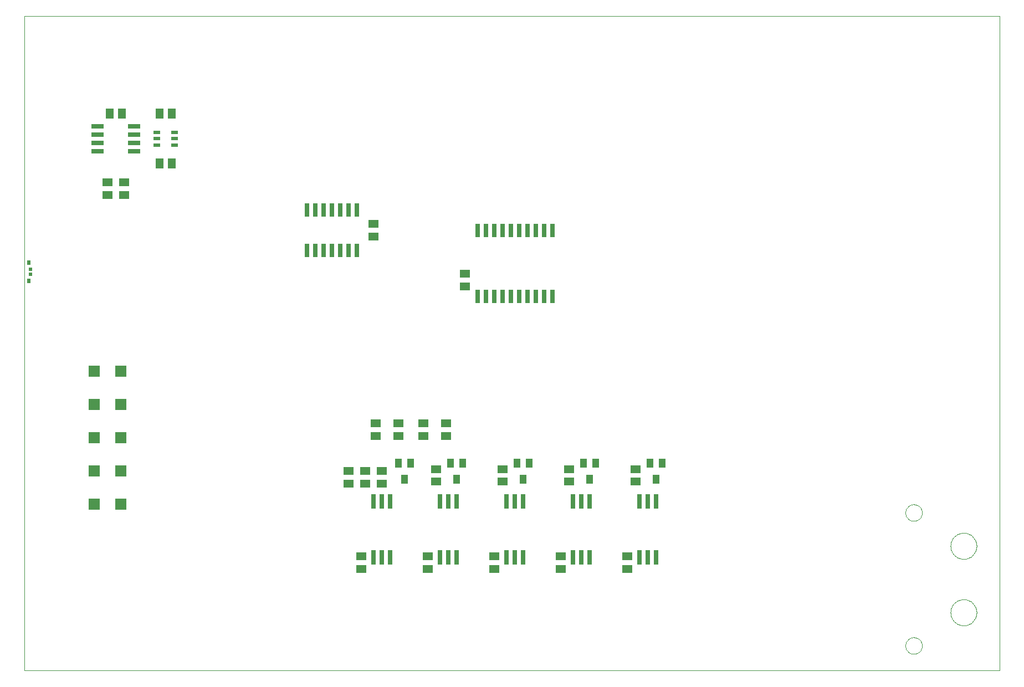
<source format=gbp>
G75*
%MOIN*%
%OFA0B0*%
%FSLAX24Y24*%
%IPPOS*%
%LPD*%
%AMOC8*
5,1,8,0,0,1.08239X$1,22.5*
%
%ADD10C,0.0000*%
%ADD11R,0.0300X0.0850*%
%ADD12R,0.0591X0.0512*%
%ADD13R,0.0709X0.0669*%
%ADD14R,0.0394X0.0551*%
%ADD15R,0.0750X0.0250*%
%ADD16R,0.0512X0.0591*%
%ADD17R,0.0413X0.0236*%
%ADD18R,0.0260X0.0800*%
%ADD19R,0.0200X0.0310*%
%ADD20R,0.0200X0.0200*%
D10*
X002062Y000539D02*
X002062Y039909D01*
X060722Y039909D01*
X060722Y000539D01*
X002062Y000539D01*
X055062Y002039D02*
X055064Y002083D01*
X055070Y002127D01*
X055080Y002170D01*
X055093Y002212D01*
X055110Y002253D01*
X055131Y002292D01*
X055155Y002329D01*
X055182Y002364D01*
X055212Y002396D01*
X055245Y002426D01*
X055281Y002452D01*
X055318Y002476D01*
X055358Y002495D01*
X055399Y002512D01*
X055442Y002524D01*
X055485Y002533D01*
X055529Y002538D01*
X055573Y002539D01*
X055617Y002536D01*
X055661Y002529D01*
X055704Y002518D01*
X055746Y002504D01*
X055786Y002486D01*
X055825Y002464D01*
X055861Y002440D01*
X055895Y002412D01*
X055927Y002381D01*
X055956Y002347D01*
X055982Y002311D01*
X056004Y002273D01*
X056023Y002233D01*
X056038Y002191D01*
X056050Y002149D01*
X056058Y002105D01*
X056062Y002061D01*
X056062Y002017D01*
X056058Y001973D01*
X056050Y001929D01*
X056038Y001887D01*
X056023Y001845D01*
X056004Y001805D01*
X055982Y001767D01*
X055956Y001731D01*
X055927Y001697D01*
X055895Y001666D01*
X055861Y001638D01*
X055825Y001614D01*
X055786Y001592D01*
X055746Y001574D01*
X055704Y001560D01*
X055661Y001549D01*
X055617Y001542D01*
X055573Y001539D01*
X055529Y001540D01*
X055485Y001545D01*
X055442Y001554D01*
X055399Y001566D01*
X055358Y001583D01*
X055318Y001602D01*
X055281Y001626D01*
X055245Y001652D01*
X055212Y001682D01*
X055182Y001714D01*
X055155Y001749D01*
X055131Y001786D01*
X055110Y001825D01*
X055093Y001866D01*
X055080Y001908D01*
X055070Y001951D01*
X055064Y001995D01*
X055062Y002039D01*
X057777Y004039D02*
X057779Y004094D01*
X057785Y004149D01*
X057795Y004204D01*
X057808Y004258D01*
X057825Y004310D01*
X057846Y004362D01*
X057871Y004411D01*
X057899Y004459D01*
X057930Y004505D01*
X057965Y004548D01*
X058002Y004589D01*
X058042Y004627D01*
X058085Y004662D01*
X058130Y004695D01*
X058178Y004723D01*
X058227Y004749D01*
X058278Y004771D01*
X058330Y004789D01*
X058383Y004803D01*
X058438Y004814D01*
X058493Y004821D01*
X058548Y004824D01*
X058604Y004823D01*
X058659Y004818D01*
X058713Y004809D01*
X058767Y004797D01*
X058820Y004780D01*
X058872Y004760D01*
X058922Y004737D01*
X058970Y004709D01*
X059017Y004679D01*
X059061Y004645D01*
X059102Y004609D01*
X059141Y004569D01*
X059177Y004527D01*
X059210Y004482D01*
X059240Y004435D01*
X059266Y004387D01*
X059289Y004336D01*
X059308Y004284D01*
X059323Y004231D01*
X059335Y004177D01*
X059343Y004122D01*
X059347Y004067D01*
X059347Y004011D01*
X059343Y003956D01*
X059335Y003901D01*
X059323Y003847D01*
X059308Y003794D01*
X059289Y003742D01*
X059266Y003691D01*
X059240Y003643D01*
X059210Y003596D01*
X059177Y003551D01*
X059141Y003509D01*
X059102Y003469D01*
X059061Y003433D01*
X059017Y003399D01*
X058970Y003369D01*
X058922Y003341D01*
X058872Y003318D01*
X058820Y003298D01*
X058767Y003281D01*
X058713Y003269D01*
X058659Y003260D01*
X058604Y003255D01*
X058548Y003254D01*
X058493Y003257D01*
X058438Y003264D01*
X058383Y003275D01*
X058330Y003289D01*
X058278Y003307D01*
X058227Y003329D01*
X058178Y003355D01*
X058130Y003383D01*
X058085Y003416D01*
X058042Y003451D01*
X058002Y003489D01*
X057965Y003530D01*
X057930Y003573D01*
X057899Y003619D01*
X057871Y003667D01*
X057846Y003716D01*
X057825Y003768D01*
X057808Y003820D01*
X057795Y003874D01*
X057785Y003929D01*
X057779Y003984D01*
X057777Y004039D01*
X057777Y008039D02*
X057779Y008094D01*
X057785Y008149D01*
X057795Y008204D01*
X057808Y008258D01*
X057825Y008310D01*
X057846Y008362D01*
X057871Y008411D01*
X057899Y008459D01*
X057930Y008505D01*
X057965Y008548D01*
X058002Y008589D01*
X058042Y008627D01*
X058085Y008662D01*
X058130Y008695D01*
X058178Y008723D01*
X058227Y008749D01*
X058278Y008771D01*
X058330Y008789D01*
X058383Y008803D01*
X058438Y008814D01*
X058493Y008821D01*
X058548Y008824D01*
X058604Y008823D01*
X058659Y008818D01*
X058713Y008809D01*
X058767Y008797D01*
X058820Y008780D01*
X058872Y008760D01*
X058922Y008737D01*
X058970Y008709D01*
X059017Y008679D01*
X059061Y008645D01*
X059102Y008609D01*
X059141Y008569D01*
X059177Y008527D01*
X059210Y008482D01*
X059240Y008435D01*
X059266Y008387D01*
X059289Y008336D01*
X059308Y008284D01*
X059323Y008231D01*
X059335Y008177D01*
X059343Y008122D01*
X059347Y008067D01*
X059347Y008011D01*
X059343Y007956D01*
X059335Y007901D01*
X059323Y007847D01*
X059308Y007794D01*
X059289Y007742D01*
X059266Y007691D01*
X059240Y007643D01*
X059210Y007596D01*
X059177Y007551D01*
X059141Y007509D01*
X059102Y007469D01*
X059061Y007433D01*
X059017Y007399D01*
X058970Y007369D01*
X058922Y007341D01*
X058872Y007318D01*
X058820Y007298D01*
X058767Y007281D01*
X058713Y007269D01*
X058659Y007260D01*
X058604Y007255D01*
X058548Y007254D01*
X058493Y007257D01*
X058438Y007264D01*
X058383Y007275D01*
X058330Y007289D01*
X058278Y007307D01*
X058227Y007329D01*
X058178Y007355D01*
X058130Y007383D01*
X058085Y007416D01*
X058042Y007451D01*
X058002Y007489D01*
X057965Y007530D01*
X057930Y007573D01*
X057899Y007619D01*
X057871Y007667D01*
X057846Y007716D01*
X057825Y007768D01*
X057808Y007820D01*
X057795Y007874D01*
X057785Y007929D01*
X057779Y007984D01*
X057777Y008039D01*
X055062Y010039D02*
X055064Y010083D01*
X055070Y010127D01*
X055080Y010170D01*
X055093Y010212D01*
X055110Y010253D01*
X055131Y010292D01*
X055155Y010329D01*
X055182Y010364D01*
X055212Y010396D01*
X055245Y010426D01*
X055281Y010452D01*
X055318Y010476D01*
X055358Y010495D01*
X055399Y010512D01*
X055442Y010524D01*
X055485Y010533D01*
X055529Y010538D01*
X055573Y010539D01*
X055617Y010536D01*
X055661Y010529D01*
X055704Y010518D01*
X055746Y010504D01*
X055786Y010486D01*
X055825Y010464D01*
X055861Y010440D01*
X055895Y010412D01*
X055927Y010381D01*
X055956Y010347D01*
X055982Y010311D01*
X056004Y010273D01*
X056023Y010233D01*
X056038Y010191D01*
X056050Y010149D01*
X056058Y010105D01*
X056062Y010061D01*
X056062Y010017D01*
X056058Y009973D01*
X056050Y009929D01*
X056038Y009887D01*
X056023Y009845D01*
X056004Y009805D01*
X055982Y009767D01*
X055956Y009731D01*
X055927Y009697D01*
X055895Y009666D01*
X055861Y009638D01*
X055825Y009614D01*
X055786Y009592D01*
X055746Y009574D01*
X055704Y009560D01*
X055661Y009549D01*
X055617Y009542D01*
X055573Y009539D01*
X055529Y009540D01*
X055485Y009545D01*
X055442Y009554D01*
X055399Y009566D01*
X055358Y009583D01*
X055318Y009602D01*
X055281Y009626D01*
X055245Y009652D01*
X055212Y009682D01*
X055182Y009714D01*
X055155Y009749D01*
X055131Y009786D01*
X055110Y009825D01*
X055093Y009866D01*
X055080Y009908D01*
X055070Y009951D01*
X055064Y009995D01*
X055062Y010039D01*
D11*
X040062Y010719D03*
X039562Y010719D03*
X039062Y010719D03*
X036062Y010719D03*
X035562Y010719D03*
X035062Y010719D03*
X032062Y010719D03*
X031562Y010719D03*
X031062Y010719D03*
X028062Y010719D03*
X027562Y010719D03*
X027062Y010719D03*
X024062Y010719D03*
X023562Y010719D03*
X023062Y010719D03*
X023062Y007359D03*
X023562Y007359D03*
X024062Y007359D03*
X027062Y007359D03*
X027562Y007359D03*
X028062Y007359D03*
X031062Y007359D03*
X031562Y007359D03*
X032062Y007359D03*
X035062Y007359D03*
X035562Y007359D03*
X036062Y007359D03*
X039062Y007359D03*
X039562Y007359D03*
X040062Y007359D03*
D12*
X038312Y007413D03*
X038312Y006665D03*
X034312Y006665D03*
X034312Y007413D03*
X030312Y007413D03*
X030312Y006665D03*
X026312Y006665D03*
X026312Y007413D03*
X022312Y007413D03*
X022312Y006665D03*
X022562Y011790D03*
X023562Y011790D03*
X023562Y012538D03*
X022562Y012538D03*
X021562Y012538D03*
X021562Y011790D03*
X023187Y014665D03*
X023187Y015413D03*
X024562Y015413D03*
X024562Y014665D03*
X026062Y014665D03*
X026062Y015413D03*
X027437Y015413D03*
X027437Y014665D03*
X026812Y012663D03*
X026812Y011915D03*
X030812Y011915D03*
X030812Y012663D03*
X034812Y012663D03*
X034812Y011915D03*
X038812Y011915D03*
X038812Y012663D03*
X028562Y023665D03*
X028562Y024413D03*
X023062Y026665D03*
X023062Y027413D03*
X008062Y029165D03*
X008062Y029913D03*
X007062Y029913D03*
X007062Y029165D03*
D13*
X006255Y018539D03*
X007869Y018539D03*
X007869Y016539D03*
X006255Y016539D03*
X006255Y014539D03*
X007869Y014539D03*
X007869Y012539D03*
X006255Y012539D03*
X006255Y010539D03*
X007869Y010539D03*
D14*
X024563Y013011D03*
X025311Y013011D03*
X024937Y012066D03*
X027688Y013011D03*
X028436Y013011D03*
X028062Y012066D03*
X031688Y013011D03*
X032436Y013011D03*
X032062Y012066D03*
X035688Y013011D03*
X036436Y013011D03*
X036062Y012066D03*
X039688Y013011D03*
X040436Y013011D03*
X040062Y012066D03*
D15*
X008662Y031789D03*
X008662Y032289D03*
X008662Y032789D03*
X008662Y033289D03*
X006462Y033289D03*
X006462Y032789D03*
X006462Y032289D03*
X006462Y031789D03*
D16*
X007188Y034039D03*
X007936Y034039D03*
X010188Y034039D03*
X010936Y034039D03*
X010936Y031039D03*
X010188Y031039D03*
D17*
X010031Y032165D03*
X010031Y032539D03*
X010031Y032913D03*
X011094Y032913D03*
X011094Y032539D03*
X011094Y032165D03*
D18*
X019062Y028249D03*
X019562Y028249D03*
X020062Y028249D03*
X020562Y028249D03*
X021062Y028249D03*
X021562Y028249D03*
X022062Y028249D03*
X022062Y025829D03*
X021562Y025829D03*
X021062Y025829D03*
X020562Y025829D03*
X020062Y025829D03*
X019562Y025829D03*
X019062Y025829D03*
X029312Y027019D03*
X029812Y027019D03*
X030312Y027019D03*
X030812Y027019D03*
X031312Y027019D03*
X031812Y027019D03*
X032312Y027019D03*
X032812Y027019D03*
X033312Y027019D03*
X033812Y027019D03*
X033812Y023059D03*
X033312Y023059D03*
X032812Y023059D03*
X032312Y023059D03*
X031812Y023059D03*
X031312Y023059D03*
X030812Y023059D03*
X030312Y023059D03*
X029812Y023059D03*
X029312Y023059D03*
D19*
X002312Y023984D03*
X002312Y025094D03*
D20*
X002412Y024699D03*
X002412Y024379D03*
M02*

</source>
